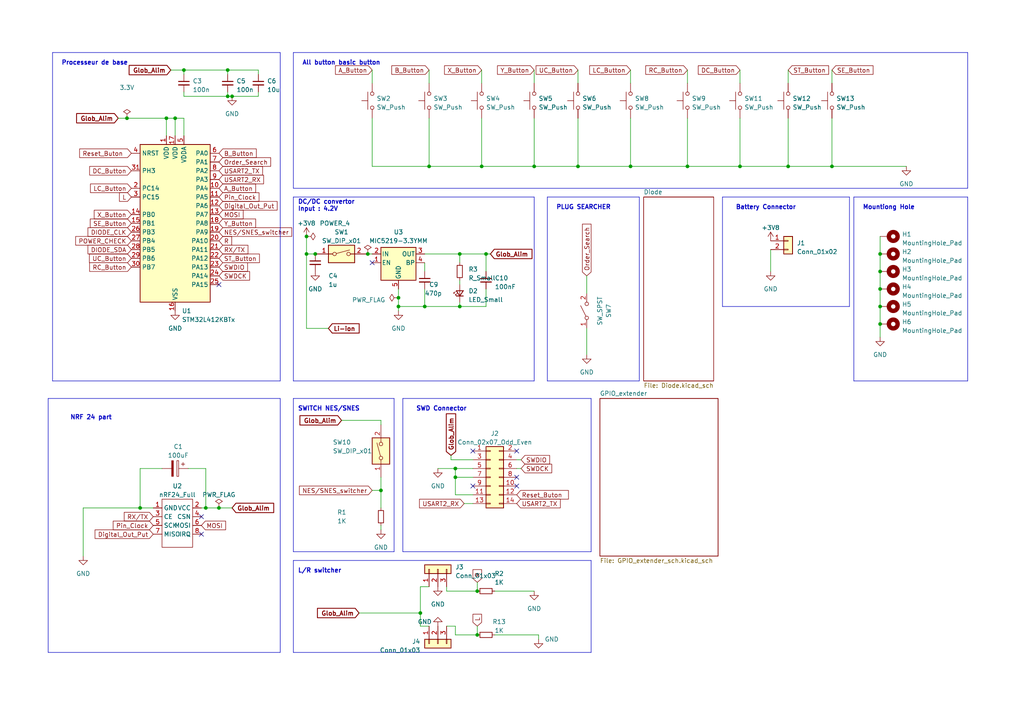
<source format=kicad_sch>
(kicad_sch (version 20230121) (generator eeschema)
  (paper "A4")
  (lib_symbols
    (symbol "Antenna_nRF24_2_4GHz:nRF24_FULL"
      (property "Reference" "U" (at 0 0 0))
      (property "Value" "nRF24_Full" (at 0 0 0))
      (symbol "nRF24_FULL_0_1"
        (rectangle (start -1.27 -1.27) (end 7.62 -15.24))
      )
      (symbol "nRF24_FULL_1_1"
        (pin power_in line (at -3.81 -3.81 0) (length 2.54) (name "GND") (number "1"))
        (pin power_in line (at 10.16 -3.81 180) (length 2.54) (name "VCC") (number "2"))
        (pin input line (at -3.81 -6.35 0) (length 2.54) (name "CE") (number "3"))
        (pin input line (at 10.16 -6.35 180) (length 2.54) (name "CSN") (number "4"))
        (pin input line (at -3.81 -8.89 0) (length 2.54) (name "SCK") (number "5"))
        (pin input line (at 10.16 -8.89 180) (length 2.54) (name "MOSI") (number "6"))
        (pin output line (at -3.81 -11.43 0) (length 2.54) (name "MISO") (number "7"))
        (pin input line (at 10.16 -11.43 180) (length 2.54) (name "IRQ") (number "8"))
      )
    )
    (symbol "Connector_Generic:Conn_01x02" (pin_names (offset 1.016) hide)
      (property "Reference" "J" (at 0 2.54 0))
      (property "Value" "Conn_01x02" (at 0 -5.08 0))
      (symbol "Conn_01x02_1_1"
        (rectangle (start -1.27 -2.413) (end 0 -2.667) (stroke (width 0.1524)))
        (rectangle (start -1.27 0.127) (end 0 -0.127) (stroke (width 0.1524)))
        (rectangle (start -1.27 1.27) (end 1.27 -3.81) (stroke (width 0.254)) (fill (type background)))
        (pin passive line (at -5.08 0 0) (length 3.81) (name "Pin_1") (number "1"))
        (pin passive line (at -5.08 -2.54 0) (length 3.81) (name "Pin_2") (number "2"))
      )
    )
    (symbol "Connector_Generic:Conn_01x03" (pin_names (offset 1.016) hide)
      (property "Reference" "J" (at 0 5.08 0))
      (property "Value" "Conn_01x03" (at 0 -5.08 0))
      (symbol "Conn_01x03_1_1"
        (rectangle (start -1.27 -2.413) (end 0 -2.667) (stroke (width 0.1524)))
        (rectangle (start -1.27 0.127) (end 0 -0.127) (stroke (width 0.1524)))
        (rectangle (start -1.27 2.667) (end 0 2.413) (stroke (width 0.1524)))
        (rectangle (start -1.27 3.81) (end 1.27 -3.81) (stroke (width 0.254)) (fill (type background)))
        (pin passive line (at -5.08 2.54 0) (length 3.81) (name "Pin_1") (number "1"))
        (pin passive line (at -5.08 0 0) (length 3.81) (name "Pin_2") (number "2"))
        (pin passive line (at -5.08 -2.54 0) (length 3.81) (name "Pin_3") (number "3"))
      )
    )
    (symbol "Connector_Generic:Conn_02x07_Odd_Even" (pin_names (offset 1.016) hide)
      (property "Reference" "J" (at 1.27 10.16 0))
      (property "Value" "Conn_02x07_Odd_Even" (at 1.27 -10.16 0))
      (symbol "Conn_02x07_Odd_Even_1_1"
        (rectangle (start -1.27 -7.493) (end 0 -7.747) (stroke (width 0.1524)))
        (rectangle (start -1.27 -4.953) (end 0 -5.207) (stroke (width 0.1524)))
        (rectangle (start -1.27 -2.413) (end 0 -2.667) (stroke (width 0.1524)))
        (rectangle (start -1.27 0.127) (end 0 -0.127) (stroke (width 0.1524)))
        (rectangle (start -1.27 2.667) (end 0 2.413) (stroke (width 0.1524)))
        (rectangle (start -1.27 5.207) (end 0 4.953) (stroke (width 0.1524)))
        (rectangle (start -1.27 7.747) (end 0 7.493) (stroke (width 0.1524)))
        (rectangle (start -1.27 8.89) (end 3.81 -8.89) (stroke (width 0.254)) (fill (type background)))
        (rectangle (start 3.81 -7.493) (end 2.54 -7.747) (stroke (width 0.1524)))
        (rectangle (start 3.81 -4.953) (end 2.54 -5.207) (stroke (width 0.1524)))
        (rectangle (start 3.81 -2.413) (end 2.54 -2.667) (stroke (width 0.1524)))
        (rectangle (start 3.81 0.127) (end 2.54 -0.127) (stroke (width 0.1524)))
        (rectangle (start 3.81 2.667) (end 2.54 2.413) (stroke (width 0.1524)))
        (rectangle (start 3.81 5.207) (end 2.54 4.953) (stroke (width 0.1524)))
        (rectangle (start 3.81 7.747) (end 2.54 7.493) (stroke (width 0.1524)))
        (pin passive line (at -5.08 7.62 0) (length 3.81) (name "Pin_1") (number "1"))
        (pin passive line (at 7.62 -2.54 180) (length 3.81) (name "Pin_10") (number "10"))
        (pin passive line (at -5.08 -5.08 0) (length 3.81) (name "Pin_11") (number "11"))
        (pin passive line (at 7.62 -5.08 180) (length 3.81) (name "Pin_12") (number "12"))
        (pin passive line (at -5.08 -7.62 0) (length 3.81) (name "Pin_13") (number "13"))
        (pin passive line (at 7.62 -7.62 180) (length 3.81) (name "Pin_14") (number "14"))
        (pin passive line (at 7.62 7.62 180) (length 3.81) (name "Pin_2") (number "2"))
        (pin passive line (at -5.08 5.08 0) (length 3.81) (name "Pin_3") (number "3"))
        (pin passive line (at 7.62 5.08 180) (length 3.81) (name "Pin_4") (number "4"))
        (pin passive line (at -5.08 2.54 0) (length 3.81) (name "Pin_5") (number "5"))
        (pin passive line (at 7.62 2.54 180) (length 3.81) (name "Pin_6") (number "6"))
        (pin passive line (at -5.08 0 0) (length 3.81) (name "Pin_7") (number "7"))
        (pin passive line (at 7.62 0 180) (length 3.81) (name "Pin_8") (number "8"))
        (pin passive line (at -5.08 -2.54 0) (length 3.81) (name "Pin_9") (number "9"))
      )
    )
    (symbol "Device:C_Polarized" (pin_numbers hide) (pin_names (offset 0.254))
      (property "Reference" "C" (at 0.635 2.54 0))
      (property "Value" "C_Polarized" (at 0.635 -2.54 0))
      (symbol "C_Polarized_0_1"
        (rectangle (start -2.286 0.508) (end 2.286 1.016))
        (polyline (pts (xy -1.778 2.286) (xy -0.762 2.286)))
        (polyline (pts (xy -1.27 2.794) (xy -1.27 1.778)))
        (rectangle (start 2.286 -0.508) (end -2.286 -1.016) (fill (type outline)))
      )
      (symbol "C_Polarized_1_1"
        (pin passive line (at 0 3.81 270) (length 2.794) (name "~") (number "1"))
        (pin passive line (at 0 -3.81 90) (length 2.794) (name "~") (number "2"))
      )
    )
    (symbol "Device:C_Small" (pin_numbers hide) (pin_names (offset 0.254) hide)
      (property "Reference" "C" (at 0.254 1.778 0))
      (property "Value" "C_Small" (at 0.254 -2.032 0))
      (symbol "C_Small_0_1"
        (polyline (pts (xy -1.524 -0.508) (xy 1.524 -0.508)) (stroke (width 0.3302)))
        (polyline (pts (xy -1.524 0.508) (xy 1.524 0.508)) (stroke (width 0.3048)))
      )
      (symbol "C_Small_1_1"
        (pin passive line (at 0 2.54 270) (length 2.032) (name "~") (number "1"))
        (pin passive line (at 0 -2.54 90) (length 2.032) (name "~") (number "2"))
      )
    )
    (symbol "Device:LED_Small" (pin_numbers hide) (pin_names (offset 0.254) hide)
      (property "Reference" "D" (at -1.27 3.175 0))
      (property "Value" "LED_Small" (at -4.445 -2.54 0))
      (symbol "LED_Small_0_1"
        (polyline (pts (xy -0.762 -1.016) (xy -0.762 1.016)) (stroke (width 0.254)))
        (polyline (pts (xy 1.016 0) (xy -0.762 0)))
        (polyline (pts (xy 0.762 -1.016) (xy -0.762 0) (xy 0.762 1.016) (xy 0.762 -1.016)) (stroke (width 0.254)))
        (polyline (pts (xy 0 0.762) (xy -0.508 1.27) (xy -0.254 1.27) (xy -0.508 1.27) (xy -0.508 1.016)))
        (polyline (pts (xy 0.508 1.27) (xy 0 1.778) (xy 0.254 1.778) (xy 0 1.778) (xy 0 1.524)))
      )
      (symbol "LED_Small_1_1"
        (pin passive line (at -2.54 0 0) (length 1.778) (name "K") (number "1"))
        (pin passive line (at 2.54 0 180) (length 1.778) (name "A") (number "2"))
      )
    )
    (symbol "Device:R_Small" (pin_numbers hide) (pin_names (offset 0.254) hide)
      (property "Reference" "R" (at 0.762 0.508 0))
      (property "Value" "R_Small" (at 0.762 -1.016 0))
      (symbol "R_Small_0_1"
        (rectangle (start -0.762 1.778) (end 0.762 -1.778) (stroke (width 0.2032)))
      )
      (symbol "R_Small_1_1"
        (pin passive line (at 0 2.54 270) (length 0.762) (name "~") (number "1"))
        (pin passive line (at 0 -2.54 90) (length 0.762) (name "~") (number "2"))
      )
    )
    (symbol "MCU_ST_STM32L4:STM32L412KBTx"
      (property "Reference" "U" (at -10.16 24.13 0))
      (property "Value" "STM32L412KBTx" (at 5.08 24.13 0))
      (symbol "STM32L412KBTx_0_1"
        (rectangle (start -10.16 -22.86) (end 10.16 22.86) (stroke (width 0.254)) (fill (type background)))
      )
      (symbol "STM32L412KBTx_1_1"
        (pin power_in line (at -2.54 25.4 270) (length 2.54) (name "VDD") (number "1"))
        (pin bidirectional line (at 12.7 10.16 180) (length 2.54) (name "PA4") (number "10"))
        (pin bidirectional line (at 12.7 7.62 180) (length 2.54) (name "PA5") (number "11"))
        (pin bidirectional line (at 12.7 5.08 180) (length 2.54) (name "PA6") (number "12"))
        (pin bidirectional line (at 12.7 2.54 180) (length 2.54) (name "PA7") (number "13"))
        (pin bidirectional line (at -12.7 2.54 0) (length 2.54) (name "PB0") (number "14"))
        (pin bidirectional line (at -12.7 0 0) (length 2.54) (name "PB1") (number "15"))
        (pin power_in line (at 0 -25.4 90) (length 2.54) (name "VSS") (number "16"))
        (pin power_in line (at 0 25.4 270) (length 2.54) (name "VDD") (number "17"))
        (pin bidirectional line (at 12.7 0 180) (length 2.54) (name "PA8") (number "18"))
        (pin bidirectional line (at 12.7 -2.54 180) (length 2.54) (name "PA9") (number "19"))
        (pin bidirectional line (at -12.7 10.16 0) (length 2.54) (name "PC14") (number "2"))
        (pin bidirectional line (at 12.7 -5.08 180) (length 2.54) (name "PA10") (number "20"))
        (pin bidirectional line (at 12.7 -7.62 180) (length 2.54) (name "PA11") (number "21"))
        (pin bidirectional line (at 12.7 -10.16 180) (length 2.54) (name "PA12") (number "22"))
        (pin bidirectional line (at 12.7 -12.7 180) (length 2.54) (name "PA13") (number "23"))
        (pin bidirectional line (at 12.7 -15.24 180) (length 2.54) (name "PA14") (number "24"))
        (pin bidirectional line (at 12.7 -17.78 180) (length 2.54) (name "PA15") (number "25"))
        (pin bidirectional line (at -12.7 -2.54 0) (length 2.54) (name "PB3") (number "26"))
        (pin bidirectional line (at -12.7 -5.08 0) (length 2.54) (name "PB4") (number "27"))
        (pin bidirectional line (at -12.7 -7.62 0) (length 2.54) (name "PB5") (number "28"))
        (pin bidirectional line (at -12.7 -10.16 0) (length 2.54) (name "PB6") (number "29"))
        (pin bidirectional line (at -12.7 7.62 0) (length 2.54) (name "PC15") (number "3"))
        (pin bidirectional line (at -12.7 -12.7 0) (length 2.54) (name "PB7") (number "30"))
        (pin bidirectional line (at -12.7 15.24 0) (length 2.54) (name "PH3") (number "31"))
        (pin passive line (at 0 -25.4 90) (length 2.54) hide (name "VSS") (number "32"))
        (pin input line (at -12.7 20.32 0) (length 2.54) (name "NRST") (number "4"))
        (pin power_in line (at 2.54 25.4 270) (length 2.54) (name "VDDA") (number "5"))
        (pin bidirectional line (at 12.7 20.32 180) (length 2.54) (name "PA0") (number "6"))
        (pin bidirectional line (at 12.7 17.78 180) (length 2.54) (name "PA1") (number "7"))
        (pin bidirectional line (at 12.7 15.24 180) (length 2.54) (name "PA2") (number "8"))
        (pin bidirectional line (at 12.7 12.7 180) (length 2.54) (name "PA3") (number "9"))
      )
    )
    (symbol "Mechanical:MountingHole_Pad" (pin_numbers hide) (pin_names (offset 1.016) hide)
      (property "Reference" "H" (at 0 6.35 0))
      (property "Value" "MountingHole_Pad" (at 0 4.445 0))
      (symbol "MountingHole_Pad_0_1"
        (circle (center 0 1.27) (radius 1.27) (stroke (width 1.27)))
      )
      (symbol "MountingHole_Pad_1_1"
        (pin input line (at 0 -2.54 90) (length 2.54) (name "1") (number "1"))
      )
    )
    (symbol "Regulator_Linear:MIC5219-3.3YMM" (pin_names (offset 0.254))
      (property "Reference" "U" (at -3.81 5.715 0))
      (property "Value" "MIC5219-3.3YMM" (at 0 5.715 0))
      (symbol "MIC5219-3.3YMM_0_1"
        (rectangle (start -5.08 4.445) (end 5.08 -5.08) (stroke (width 0.254)) (fill (type background)))
      )
      (symbol "MIC5219-3.3YMM_1_1"
        (pin input line (at -7.62 0 0) (length 2.54) (name "EN") (number "1"))
        (pin power_in line (at -7.62 2.54 0) (length 2.54) (name "IN") (number "2"))
        (pin power_out line (at 7.62 2.54 180) (length 2.54) (name "OUT") (number "3"))
        (pin input line (at 7.62 0 180) (length 2.54) (name "BP") (number "4"))
        (pin power_in line (at 0 -7.62 90) (length 2.54) (name "GND") (number "5"))
        (pin passive line (at 0 -7.62 90) (length 2.54) hide (name "GND") (number "6"))
        (pin passive line (at 0 -7.62 90) (length 2.54) hide (name "GND") (number "7"))
        (pin passive line (at 0 -7.62 90) (length 2.54) hide (name "GND") (number "8"))
      )
    )
    (symbol "Switch:SW_DIP_x01" (pin_names (offset 0) hide)
      (property "Reference" "SW" (at 0 3.81 0))
      (property "Value" "SW_DIP_x01" (at 0 -3.81 0))
      (symbol "SW_DIP_x01_0_0"
        (circle (center -2.032 0) (radius 0.508))
        (polyline (pts (xy -1.524 0.127) (xy 2.3622 1.1684)))
        (circle (center 2.032 0) (radius 0.508))
      )
      (symbol "SW_DIP_x01_0_1"
        (rectangle (start -3.81 2.54) (end 3.81 -2.54) (stroke (width 0.254)) (fill (type background)))
      )
      (symbol "SW_DIP_x01_1_1"
        (pin passive line (at -7.62 0 0) (length 5.08) (name "~") (number "1"))
        (pin passive line (at 7.62 0 180) (length 5.08) (name "~") (number "2"))
      )
    )
    (symbol "Switch:SW_Push" (pin_numbers hide) (pin_names (offset 1.016) hide)
      (property "Reference" "SW" (at 1.27 2.54 0))
      (property "Value" "SW_Push" (at 0 -1.524 0))
      (symbol "SW_Push_0_1"
        (circle (center -2.032 0) (radius 0.508))
        (polyline (pts (xy 0 1.27) (xy 0 3.048)))
        (polyline (pts (xy 2.54 1.27) (xy -2.54 1.27)))
        (circle (center 2.032 0) (radius 0.508))
        (pin passive line (at -5.08 0 0) (length 2.54) (name "1") (number "1"))
        (pin passive line (at 5.08 0 180) (length 2.54) (name "2") (number "2"))
      )
    )
    (symbol "Switch:SW_SPST" (pin_names (offset 0) hide)
      (property "Reference" "SW" (at 0 3.175 0))
      (property "Value" "SW_SPST" (at 0 -2.54 0))
      (symbol "SW_SPST_0_0"
        (circle (center -2.032 0) (radius 0.508))
        (polyline (pts (xy -1.524 0.254) (xy 1.524 1.778)))
        (circle (center 2.032 0) (radius 0.508))
      )
      (symbol "SW_SPST_1_1"
        (pin passive line (at -5.08 0 0) (length 2.54) (name "A") (number "1"))
        (pin passive line (at 5.08 0 180) (length 2.54) (name "B") (number "2"))
      )
    )
    (symbol "power:+3V8" (power) (pin_names (offset 0))
      (property "Value" "+3V8" (at 0 3.556 0))
      (symbol "+3V8_0_1"
        (polyline (pts (xy -0.762 1.27) (xy 0 2.54)))
        (polyline (pts (xy 0 0) (xy 0 2.54)))
        (polyline (pts (xy 0 2.54) (xy 0.762 1.27)))
      )
      (symbol "+3V8_1_1"
        (pin power_in line (at 0 0 90) (length 0) hide (name "+3V8") (number "1"))
      )
    )
    (symbol "power:GND" (power) (pin_names (offset 0))
      (property "Value" "GND" (at 0 -3.81 0))
      (symbol "GND_0_1"
        (polyline (pts (xy 0 0) (xy 0 -1.27) (xy 1.27 -1.27) (xy 0 -2.54) (xy -1.27 -1.27) (xy 0 -1.27)))
      )
      (symbol "GND_1_1"
        (pin power_in line (at 0 0 270) (length 0) hide (name "GND") (number "1"))
      )
    )
    (symbol "power:PWR_FLAG" (power) (pin_numbers hide) (pin_names (offset 0) hide)
      (property "Value" "PWR_FLAG" (at 0 3.81 0))
      (symbol "PWR_FLAG_0_0"
        (pin power_out line (at 0 0 90) (length 0) (name "pwr") (number "1"))
      )
      (symbol "PWR_FLAG_0_1"
        (polyline (pts (xy 0 0) (xy 0 1.27) (xy -1.016 1.905) (xy 0 2.54) (xy 1.016 1.905) (xy 0 1.27)))
      )
    )
  )
  (junction (at 133.35 88.9))
  (junction (at 115.57 88.9))
  (junction (at 199.39 48.26))
  (junction (at 132.08 135.89))
  (junction (at 167.64 48.26))
  (junction (at 63.5 147.32))
  (junction (at 40.64 147.32))
  (junction (at 115.57 86.36))
  (junction (at 255.27 83.82))
  (junction (at 66.04 20.32))
  (junction (at 139.7 48.26))
  (junction (at 154.94 48.26))
  (junction (at 214.63 48.26))
  (junction (at 123.19 88.9))
  (junction (at 255.27 73.66))
  (junction (at 53.34 20.32))
  (junction (at 50.8 34.29))
  (junction (at 255.27 93.98))
  (junction (at 106.68 73.66))
  (junction (at 255.27 78.74))
  (junction (at 59.69 147.32))
  (junction (at 124.46 48.26))
  (junction (at 228.6 48.26))
  (junction (at 110.49 142.24))
  (junction (at 88.9 73.66))
  (junction (at 132.08 138.43))
  (junction (at 255.27 88.9))
  (junction (at 241.3 48.26))
  (junction (at 66.04 27.94))
  (junction (at 48.26 34.29))
  (junction (at 138.43 171.45))
  (junction (at 36.83 34.29))
  (junction (at 182.88 48.26))
  (junction (at 91.44 73.66))
  (junction (at 88.9 68.58))
  (junction (at 121.92 177.8))
  (junction (at 67.31 27.94))
  (junction (at 133.35 73.66))
  (junction (at 140.97 73.66))
  (junction (at 138.43 184.15))
  (no_connect (at 107.95 76.2))
  (no_connect (at 149.86 138.43))
  (no_connect (at 63.5 82.55))
  (no_connect (at 149.86 140.97))
  (no_connect (at 137.16 140.97))
  (no_connect (at 149.86 130.81))
  (no_connect (at 58.42 154.94))
  (no_connect (at 137.16 130.81))
  (no_connect (at 58.42 149.86))
  (polyline (pts (xy 15.24 110.49) (xy 81.28 110.49)))
  (wire (pts (xy 53.34 20.32) (xy 53.34 21.59)))
  (wire (pts (xy 139.7 48.26) (xy 124.46 48.26)))
  (polyline (pts (xy 280.67 54.61) (xy 280.67 15.24)))
  (wire (pts (xy 121.92 177.8) (xy 121.92 181.61)))
  (wire (pts (xy 170.18 80.01) (xy 170.18 85.09)))
  (wire (pts (xy 133.35 87.63) (xy 133.35 88.9)))
  (wire (pts (xy 138.43 168.91) (xy 138.43 171.45)))
  (wire (pts (xy 137.16 133.35) (xy 130.81 133.35)))
  (polyline (pts (xy 81.28 110.49) (xy 81.28 15.24)))
  (wire (pts (xy 228.6 34.29) (xy 228.6 48.26)))
  (wire (pts (xy 66.04 21.59) (xy 66.04 20.32)))
  (wire (pts (xy 255.27 93.98) (xy 255.27 97.79)))
  (wire (pts (xy 88.9 68.58) (xy 88.9 73.66)))
  (polyline (pts (xy 209.55 57.15) (xy 209.55 88.9)))
  (wire (pts (xy 133.35 73.66) (xy 133.35 76.2)))
  (polyline (pts (xy 13.97 115.57) (xy 81.28 115.57)))
  (wire (pts (xy 255.27 78.74) (xy 255.27 83.82)))
  (wire (pts (xy 241.3 20.32) (xy 241.3 24.13)))
  (polyline (pts (xy 85.09 110.49) (xy 154.94 110.49)))
  (wire (pts (xy 67.31 147.32) (xy 63.5 147.32)))
  (wire (pts (xy 138.43 184.15) (xy 132.08 184.15)))
  (wire (pts (xy 40.64 147.32) (xy 44.45 147.32)))
  (wire (pts (xy 59.69 135.89) (xy 59.69 147.32)))
  (wire (pts (xy 255.27 73.66) (xy 255.27 78.74)))
  (wire (pts (xy 121.92 170.18) (xy 121.92 177.8)))
  (wire (pts (xy 54.61 135.89) (xy 59.69 135.89)))
  (wire (pts (xy 53.34 27.94) (xy 66.04 27.94)))
  (polyline (pts (xy 280.67 57.15) (xy 280.67 110.49)))
  (wire (pts (xy 74.93 26.67) (xy 74.93 27.94)))
  (polyline (pts (xy 85.09 57.15) (xy 154.94 57.15)))
  (polyline (pts (xy 116.84 160.02) (xy 171.45 160.02)))
  (polyline (pts (xy 81.28 189.23) (xy 13.97 189.23)))
  (wire (pts (xy 88.9 73.66) (xy 88.9 95.25)))
  (wire (pts (xy 143.51 171.45) (xy 154.94 171.45)))
  (wire (pts (xy 154.94 48.26) (xy 139.7 48.26)))
  (polyline (pts (xy 247.65 57.15) (xy 247.65 110.49)))
  (wire (pts (xy 214.63 20.32) (xy 214.63 24.13)))
  (wire (pts (xy 123.19 73.66) (xy 133.35 73.66)))
  (wire (pts (xy 214.63 34.29) (xy 214.63 48.26)))
  (polyline (pts (xy 114.3 115.57) (xy 114.3 160.02)))
  (wire (pts (xy 53.34 34.29) (xy 53.34 39.37)))
  (wire (pts (xy 124.46 48.26) (xy 107.95 48.26)))
  (wire (pts (xy 49.53 20.32) (xy 53.34 20.32)))
  (wire (pts (xy 132.08 143.51) (xy 137.16 143.51)))
  (wire (pts (xy 121.92 170.18) (xy 124.46 170.18)))
  (wire (pts (xy 40.64 135.89) (xy 40.64 147.32)))
  (wire (pts (xy 154.94 48.26) (xy 167.64 48.26)))
  (wire (pts (xy 63.5 147.32) (xy 59.69 147.32)))
  (wire (pts (xy 156.21 184.15) (xy 156.21 185.42)))
  (wire (pts (xy 138.43 184.15) (xy 138.43 181.61)))
  (wire (pts (xy 74.93 21.59) (xy 74.93 20.32)))
  (polyline (pts (xy 85.09 15.24) (xy 280.67 15.24)))
  (wire (pts (xy 124.46 20.32) (xy 124.46 24.13)))
  (wire (pts (xy 121.92 181.61) (xy 124.46 181.61)))
  (polyline (pts (xy 85.09 162.56) (xy 171.45 162.56)))
  (wire (pts (xy 129.54 171.45) (xy 138.43 171.45)))
  (polyline (pts (xy 114.3 160.02) (xy 85.09 160.02)))
  (wire (pts (xy 132.08 184.15) (xy 132.08 181.61)))
  (wire (pts (xy 133.35 88.9) (xy 140.97 88.9)))
  (wire (pts (xy 140.97 78.74) (xy 140.97 73.66)))
  (wire (pts (xy 24.13 147.32) (xy 40.64 147.32)))
  (wire (pts (xy 132.08 135.89) (xy 132.08 138.43)))
  (wire (pts (xy 48.26 34.29) (xy 48.26 39.37)))
  (wire (pts (xy 255.27 83.82) (xy 255.27 88.9)))
  (polyline (pts (xy 15.24 15.24) (xy 81.28 15.24)))
  (polyline (pts (xy 13.97 115.57) (xy 13.97 189.23)))
  (wire (pts (xy 34.29 34.29) (xy 36.83 34.29)))
  (polyline (pts (xy 158.75 57.15) (xy 158.75 110.49)))
  (polyline (pts (xy 85.09 57.15) (xy 85.09 110.49)))
  (wire (pts (xy 132.08 138.43) (xy 132.08 143.51)))
  (wire (pts (xy 151.13 135.89) (xy 149.86 135.89)))
  (wire (pts (xy 123.19 88.9) (xy 133.35 88.9)))
  (wire (pts (xy 199.39 20.32) (xy 199.39 24.13)))
  (wire (pts (xy 139.7 20.32) (xy 139.7 24.13)))
  (polyline (pts (xy 85.09 162.56) (xy 85.09 189.23)))
  (polyline (pts (xy 280.67 110.49) (xy 247.65 110.49)))
  (wire (pts (xy 133.35 81.28) (xy 133.35 82.55)))
  (wire (pts (xy 123.19 76.2) (xy 123.19 78.74)))
  (wire (pts (xy 124.46 34.29) (xy 124.46 48.26)))
  (wire (pts (xy 129.54 181.61) (xy 132.08 181.61)))
  (wire (pts (xy 132.08 135.89) (xy 137.16 135.89)))
  (wire (pts (xy 115.57 88.9) (xy 115.57 90.17)))
  (polyline (pts (xy 246.38 57.15) (xy 246.38 88.9)))
  (wire (pts (xy 182.88 34.29) (xy 182.88 48.26)))
  (wire (pts (xy 140.97 73.66) (xy 142.24 73.66)))
  (wire (pts (xy 151.13 133.35) (xy 149.86 133.35)))
  (wire (pts (xy 134.62 146.05) (xy 137.16 146.05)))
  (polyline (pts (xy 116.84 115.57) (xy 171.45 115.57)))
  (wire (pts (xy 228.6 48.26) (xy 214.63 48.26)))
  (wire (pts (xy 241.3 34.29) (xy 241.3 48.26)))
  (polyline (pts (xy 85.09 15.24) (xy 85.09 54.61)))
  (polyline (pts (xy 158.75 57.15) (xy 185.42 57.15)))
  (wire (pts (xy 182.88 20.32) (xy 182.88 24.13)))
  (wire (pts (xy 133.35 73.66) (xy 140.97 73.66)))
  (wire (pts (xy 46.99 135.89) (xy 40.64 135.89)))
  (wire (pts (xy 50.8 34.29) (xy 53.34 34.29)))
  (wire (pts (xy 110.49 121.92) (xy 110.49 123.19)))
  (wire (pts (xy 88.9 73.66) (xy 91.44 73.66)))
  (wire (pts (xy 199.39 34.29) (xy 199.39 48.26)))
  (wire (pts (xy 140.97 83.82) (xy 140.97 88.9)))
  (wire (pts (xy 107.95 34.29) (xy 107.95 48.26)))
  (wire (pts (xy 110.49 152.4) (xy 110.49 153.67)))
  (polyline (pts (xy 15.24 15.24) (xy 15.24 110.49)))
  (wire (pts (xy 255.27 68.58) (xy 255.27 73.66)))
  (wire (pts (xy 110.49 142.24) (xy 110.49 138.43)))
  (polyline (pts (xy 85.09 54.61) (xy 280.67 54.61)))
  (wire (pts (xy 110.49 121.92) (xy 99.06 121.92)))
  (wire (pts (xy 115.57 86.36) (xy 115.57 88.9)))
  (wire (pts (xy 107.95 142.24) (xy 110.49 142.24)))
  (wire (pts (xy 107.95 20.32) (xy 107.95 24.13)))
  (wire (pts (xy 139.7 34.29) (xy 139.7 48.26)))
  (wire (pts (xy 127 135.89) (xy 132.08 135.89)))
  (polyline (pts (xy 85.09 189.23) (xy 171.45 189.23)))
  (wire (pts (xy 24.13 147.32) (xy 24.13 161.29)))
  (wire (pts (xy 228.6 20.32) (xy 228.6 24.13)))
  (wire (pts (xy 228.6 48.26) (xy 241.3 48.26)))
  (polyline (pts (xy 154.94 110.49) (xy 154.94 57.15)))
  (wire (pts (xy 167.64 34.29) (xy 167.64 48.26)))
  (polyline (pts (xy 246.38 88.9) (xy 209.55 88.9)))
  (polyline (pts (xy 85.09 115.57) (xy 85.09 160.02)))
  (wire (pts (xy 167.64 20.32) (xy 167.64 24.13)))
  (wire (pts (xy 66.04 27.94) (xy 66.04 26.67)))
  (wire (pts (xy 50.8 34.29) (xy 50.8 39.37)))
  (polyline (pts (xy 171.45 189.23) (xy 171.45 162.56)))
  (wire (pts (xy 48.26 34.29) (xy 50.8 34.29)))
  (wire (pts (xy 123.19 83.82) (xy 123.19 88.9)))
  (wire (pts (xy 182.88 48.26) (xy 167.64 48.26)))
  (wire (pts (xy 129.54 170.18) (xy 129.54 171.45)))
  (wire (pts (xy 132.08 138.43) (xy 137.16 138.43)))
  (wire (pts (xy 67.31 27.94) (xy 74.93 27.94)))
  (wire (pts (xy 262.89 48.26) (xy 241.3 48.26)))
  (polyline (pts (xy 185.42 57.15) (xy 185.42 110.49)))
  (wire (pts (xy 74.93 20.32) (xy 66.04 20.32)))
  (polyline (pts (xy 171.45 160.02) (xy 171.45 115.57)))
  (wire (pts (xy 66.04 27.94) (xy 67.31 27.94)))
  (polyline (pts (xy 209.55 57.15) (xy 246.38 57.15)))
  (polyline (pts (xy 185.42 110.49) (xy 158.75 110.49)))
  (wire (pts (xy 154.94 34.29) (xy 154.94 48.26)))
  (wire (pts (xy 106.68 73.66) (xy 107.95 73.66)))
  (wire (pts (xy 199.39 48.26) (xy 182.88 48.26)))
  (wire (pts (xy 214.63 48.26) (xy 199.39 48.26)))
  (wire (pts (xy 123.19 88.9) (xy 115.57 88.9)))
  (polyline (pts (xy 247.65 57.15) (xy 280.67 57.15)))
  (wire (pts (xy 53.34 20.32) (xy 66.04 20.32)))
  (polyline (pts (xy 116.84 115.57) (xy 116.84 160.02)))
  (wire (pts (xy 170.18 95.25) (xy 170.18 102.87)))
  (wire (pts (xy 154.94 20.32) (xy 154.94 24.13)))
  (wire (pts (xy 115.57 83.82) (xy 115.57 86.36)))
  (wire (pts (xy 59.69 147.32) (xy 58.42 147.32)))
  (wire (pts (xy 110.49 147.32) (xy 110.49 142.24)))
  (polyline (pts (xy 81.28 115.57) (xy 81.28 189.23)))
  (wire (pts (xy 130.81 133.35) (xy 130.81 132.08)))
  (wire (pts (xy 156.21 184.15) (xy 143.51 184.15)))
  (wire (pts (xy 53.34 26.67) (xy 53.34 27.94)))
  (wire (pts (xy 88.9 95.25) (xy 95.25 95.25)))
  (wire (pts (xy 36.83 34.29) (xy 48.26 34.29)))
  (wire (pts (xy 223.52 72.39) (xy 223.52 78.74)))
  (wire (pts (xy 255.27 88.9) (xy 255.27 93.98)))
  (wire (pts (xy 104.14 177.8) (xy 121.92 177.8)))
  (polyline (pts (xy 85.09 115.57) (xy 114.3 115.57)))
  (text "NRF 24 part\n" (at 20.32 121.92 0) (effects (font (size 1.27 1.27) bold) (justify left bottom)))
  (text "Battery Connector" (at 213.36 60.96 0) (effects (font (size 1.27 1.27) (thickness 0.254) bold) (justify left bottom)))
  (text "Processeur de base" (at 17.78 19.05 0) (effects (font (size 1.27 1.27) (thickness 0.254) bold) (justify left bottom)))
  (text "DC/DC convertor\nInput : 4.2V\n\n" (at 86.36 63.5 0) (effects (font (size 1.27 1.27) bold) (justify left bottom)))
  (text "PLUG SEARCHER" (at 161.29 60.96 0) (effects (font (size 1.27 1.27) (thickness 0.254) bold) (justify left bottom)))
  (text "SWD Connector" (at 120.65 119.38 0) (effects (font (size 1.27 1.27) (thickness 0.254) bold) (justify left bottom)))
  (text "L/R switcher" (at 86.36 166.37 0) (effects (font (size 1.27 1.27) (thickness 0.254) bold) (justify left bottom)))
  (text "All button basic button\n" (at 87.63 19.05 0) (effects (font (size 1.27 1.27) bold) (justify left bottom)))
  (text "SWITCH NES/SNES" (at 86.36 119.38 0) (effects (font (size 1.27 1.27) (thickness 0.254) bold) (justify left bottom)))
  (text "Mountiong Hole" (at 250.19 60.96 0) (effects (font (size 1.27 1.27) bold) (justify left bottom)))
  (global_label "R" (shape input) (at 138.43 168.91 90) (property "Intersheetrefs" "${INTERSHEET_REFS}" (effects hide)))
  (global_label "SWDCK" (shape input) (at 63.5 80.01 0) (property "Intersheetrefs" "${INTERSHEET_REFS}" (effects hide)))
  (global_label "LC_Button" (shape input) (at 182.88 20.32 180) (property "Intersheetrefs" "${INTERSHEET_REFS}" (effects hide)))
  (global_label "Glob_Alim" (shape input) (at 130.81 132.08 90) (effects (font bold)) (property "Intersheetrefs" "${INTERSHEET_REFS}" (effects hide)))
  (global_label "Glob_Alim" (shape input) (at 49.53 20.32 180) (effects (font bold)) (property "Intersheetrefs" "${INTERSHEET_REFS}" (effects hide)))
  (global_label "Order_Search" (shape input) (at 63.5 46.99 0) (property "Intersheetrefs" "${INTERSHEET_REFS}" (effects hide)))
  (global_label "Li-ion" (shape input) (at 95.25 95.25 0) (effects (font bold)) (property "Intersheetrefs" "${INTERSHEET_REFS}" (effects hide)))
  (global_label "ST_Button" (shape input) (at 228.6 20.32 0) (property "Intersheetrefs" "${INTERSHEET_REFS}" (effects hide)))
  (global_label "Reset_Buton " (shape input) (at 149.86 143.51 0) (property "Intersheetrefs" "${INTERSHEET_REFS}" (effects hide)))
  (global_label "Glob_Alim" (shape input) (at 99.06 121.92 180) (effects (font bold)) (property "Intersheetrefs" "${INTERSHEET_REFS}" (effects hide)))
  (global_label "Glob_Alim" (shape input) (at 104.14 177.8 180) (effects (font bold)) (property "Intersheetrefs" "${INTERSHEET_REFS}" (effects hide)))
  (global_label "Y_Button" (shape input) (at 63.5 64.77 0) (property "Intersheetrefs" "${INTERSHEET_REFS}" (effects hide)))
  (global_label "MOSI" (shape input) (at 63.5 62.23 0) (property "Intersheetrefs" "${INTERSHEET_REFS}" (effects hide)))
  (global_label "RX{slash}TX" (shape input) (at 44.45 149.86 180) (property "Intersheetrefs" "${INTERSHEET_REFS}" (effects hide)))
  (global_label "ST_Button" (shape input) (at 63.5 74.93 0) (property "Intersheetrefs" "${INTERSHEET_REFS}" (effects hide)))
  (global_label "SWDCK" (shape input) (at 151.13 135.89 0) (property "Intersheetrefs" "${INTERSHEET_REFS}" (effects hide)))
  (global_label "B_Button" (shape input) (at 124.46 20.32 180) (property "Intersheetrefs" "${INTERSHEET_REFS}" (effects hide)))
  (global_label "Pin_Clock" (shape input) (at 63.5 57.15 0) (property "Intersheetrefs" "${INTERSHEET_REFS}" (effects hide)))
  (global_label "X_Button" (shape input) (at 38.1 62.23 180) (property "Intersheetrefs" "${INTERSHEET_REFS}" (effects hide)))
  (global_label "Glob_Alim" (shape input) (at 34.29 34.29 180) (effects (font bold)) (property "Intersheetrefs" "${INTERSHEET_REFS}" (effects hide)))
  (global_label "LC_Button" (shape input) (at 38.1 54.61 180) (property "Intersheetrefs" "${INTERSHEET_REFS}" (effects hide)))
  (global_label "USART2_RX" (shape input) (at 134.62 146.05 180) (property "Intersheetrefs" "${INTERSHEET_REFS}" (effects hide)))
  (global_label "B_Button" (shape input) (at 63.5 44.45 0) (property "Intersheetrefs" "${INTERSHEET_REFS}" (effects hide)))
  (global_label "USART2_TX" (shape input) (at 149.86 146.05 0) (property "Intersheetrefs" "${INTERSHEET_REFS}" (effects hide)))
  (global_label "Pin_Clock" (shape input) (at 44.45 152.4 180) (property "Intersheetrefs" "${INTERSHEET_REFS}" (effects hide)))
  (global_label "USART2_RX" (shape input) (at 63.5 52.07 0) (property "Intersheetrefs" "${INTERSHEET_REFS}" (effects hide)))
  (global_label "SWDIO" (shape input) (at 63.5 77.47 0) (property "Intersheetrefs" "${INTERSHEET_REFS}" (effects hide)))
  (global_label "Glob_Alim" (shape input) (at 67.31 147.32 0) (effects (font bold)) (property "Intersheetrefs" "${INTERSHEET_REFS}" (effects hide)))
  (global_label "L" (shape input) (at 38.1 57.15 180) (property "Intersheetrefs" "${INTERSHEET_REFS}" (effects hide)))
  (global_label "Order_Search" (shape input) (at 170.18 80.01 90) (property "Intersheetrefs" "${INTERSHEET_REFS}" (effects hide)))
  (global_label "SWDIO" (shape input) (at 151.13 133.35 0) (property "Intersheetrefs" "${INTERSHEET_REFS}" (effects hide)))
  (global_label "UC_Button" (shape input) (at 167.64 20.32 180) (property "Intersheetrefs" "${INTERSHEET_REFS}" (effects hide)))
  (global_label "SE_Button" (shape input) (at 38.1 64.77 180) (property "Intersheetrefs" "${INTERSHEET_REFS}" (effects hide)))
  (global_label "POWER_CHECK" (shape input) (at 38.1 69.85 180) (property "Intersheetrefs" "${INTERSHEET_REFS}" (effects hide)))
  (global_label "DC_Button" (shape input) (at 214.63 20.32 180) (property "Intersheetrefs" "${INTERSHEET_REFS}" (effects hide)))
  (global_label "Y_Button" (shape input) (at 154.94 20.32 180) (property "Intersheetrefs" "${INTERSHEET_REFS}" (effects hide)))
  (global_label "Digital_Out_Put" (shape input) (at 44.45 154.94 180) (property "Intersheetrefs" "${INTERSHEET_REFS}" (effects hide)))
  (global_label "Glob_Alim" (shape input) (at 142.24 73.66 0) (effects (font bold)) (property "Intersheetrefs" "${INTERSHEET_REFS}" (effects hide)))
  (global_label "UC_Button" (shape input) (at 38.1 74.93 180) (property "Intersheetrefs" "${INTERSHEET_REFS}" (effects hide)))
  (global_label "L" (shape input) (at 138.43 181.61 90) (property "Intersheetrefs" "${INTERSHEET_REFS}" (effects hide)))
  (global_label "Reset_Buton " (shape input) (at 38.1 44.45 180) (property "Intersheetrefs" "${INTERSHEET_REFS}" (effects hide)))
  (global_label "RC_Button" (shape input) (at 199.39 20.32 180) (property "Intersheetrefs" "${INTERSHEET_REFS}" (effects hide)))
  (global_label "MOSI" (shape input) (at 58.42 152.4 0) (property "Intersheetrefs" "${INTERSHEET_REFS}" (effects hide)))
  (global_label "USART2_TX" (shape input) (at 63.5 49.53 0) (property "Intersheetrefs" "${INTERSHEET_REFS}" (effects hide)))
  (global_label "NES{slash}SNES_switcher" (shape input) (at 107.95 142.24 180) (property "Intersheetrefs" "${INTERSHEET_REFS}" (effects hide)))
  (global_label "SE_Button" (shape input) (at 241.3 20.32 0) (property "Intersheetrefs" "${INTERSHEET_REFS}" (effects hide)))
  (global_label "RX{slash}TX" (shape input) (at 63.5 72.39 0) (property "Intersheetrefs" "${INTERSHEET_REFS}" (effects hide)))
  (global_label "RC_Button" (shape input) (at 38.1 77.47 180) (property "Intersheetrefs" "${INTERSHEET_REFS}" (effects hide)))
  (global_label "NES{slash}SNES_switcher" (shape input) (at 63.5 67.31 0) (property "Intersheetrefs" "${INTERSHEET_REFS}" (effects hide)))
  (global_label "DIODE_SDA" (shape input) (at 38.1 72.39 180) (property "Intersheetrefs" "${INTERSHEET_REFS}" (effects hide)))
  (global_label "A_Button" (shape input) (at 107.95 20.32 180) (property "Intersheetrefs" "${INTERSHEET_REFS}" (effects hide)))
  (global_label "X_Button" (shape input) (at 139.7 20.32 180) (property "Intersheetrefs" "${INTERSHEET_REFS}" (effects hide)))
  (global_label "DIODE_CLK" (shape input) (at 38.1 67.31 180) (property "Intersheetrefs" "${INTERSHEET_REFS}" (effects hide)))
  (global_label "A_Button" (shape input) (at 63.5 54.61 0) (property "Intersheetrefs" "${INTERSHEET_REFS}" (effects hide)))
  (global_label "Digital_Out_Put" (shape input) (at 63.5 59.69 0) (property "Intersheetrefs" "${INTERSHEET_REFS}" (effects hide)))
  (global_label "DC_Button" (shape input) (at 38.1 49.53 180) (property "Intersheetrefs" "${INTERSHEET_REFS}" (effects hide)))
  (global_label "R" (shape input) (at 63.5 69.85 0) (property "Intersheetrefs" "${INTERSHEET_REFS}" (effects hide)))
  (symbol (lib_id "Device:R_Small") (at 133.35 78.74 0) (unit 1)
    (property "Reference" "R3" (at 135.89 78.105 0) (effects (justify left)))
    (property "Value" "R_Small" (at 135.89 80.645 0) (effects (justify left)))
    (property "Footprint" "Resistor_SMD:R_0603_1608Metric_Pad0.98x0.95mm_HandSolder" (effects hide))
  )
  (symbol (lib_id "power:GND") (at 24.13 161.29 0) (unit 1)
    (property "Reference" "#PWR01" (effects hide))
    (property "Value" "GND" (at 24.13 166.37 0))
  )
  (symbol (lib_id "Switch:SW_Push") (at 154.94 29.21 90) (unit 1)
    (property "Reference" "SW5" (at 156.21 28.575 90) (effects (justify right)))
    (property "Value" "SW_Push" (at 156.21 31.115 90) (effects (justify right)))
    (property "Footprint" "Button_Switch_SMD:SW_SPST_B3S-1000" (effects hide))
  )
  (symbol (lib_id "Device:C_Small") (at 123.19 81.28 0) (unit 1)
    (property "Reference" "C9" (at 124.46 82.55 0) (effects (justify left)))
    (property "Value" "470p" (at 123.19 85.09 0) (effects (justify left)))
    (property "Footprint" "Capacitor_SMD:C_0603_1608Metric_Pad1.08x0.95mm_HandSolder" (effects hide))
  )
  (symbol (lib_id "Mechanical:MountingHole_Pad") (at 257.81 88.9 270) (unit 1)
    (property "Reference" "H5" (at 261.62 88.265 90) (effects (justify left)))
    (property "Value" "MountingHole_Pad" (at 261.62 90.805 90) (effects (justify left)))
    (property "Footprint" "MountingHole:MountingHole_3.2mm_M3_DIN965_Pad" (effects hide))
  )
  (symbol (lib_id "Mechanical:MountingHole_Pad") (at 257.81 93.98 270) (unit 1)
    (property "Reference" "H6" (at 261.62 93.345 90) (effects (justify left)))
    (property "Value" "MountingHole_Pad" (at 261.62 95.885 90) (effects (justify left)))
    (property "Footprint" "MountingHole:MountingHole_3.2mm_M3_DIN965_Pad" (effects hide))
  )
  (symbol (lib_id "power:GND") (at 127 135.89 0) (unit 1)
    (property "Reference" "#PWR04" (effects hide))
    (property "Value" "GND" (at 127 140.97 0))
  )
  (symbol (lib_id "power:+3V8") (at 88.9 68.58 0) (unit 1)
    (property "Reference" "#PWR021" (effects hide))
    (property "Value" "+3V8" (at 88.9 64.77 0))
  )
  (symbol (lib_id "Device:LED_Small") (at 133.35 85.09 90) (unit 1)
    (property "Reference" "D2" (at 135.89 84.3915 90) (effects (justify right)))
    (property "Value" "LED_Small" (at 135.89 86.9315 90) (effects (justify right)))
    (property "Footprint" "LED_SMD:LED_0603_1608Metric_Pad1.05x0.95mm_HandSolder" (effects hide))
  )
  (symbol (lib_id "Connector_Generic:Conn_01x03") (at 127 165.1 90) (unit 1)
    (property "Reference" "J3" (at 132.08 164.465 90) (effects (justify right)))
    (property "Value" "Conn_01x03" (at 132.08 167.005 90) (effects (justify right)))
    (property "Footprint" "Connector_JST:JST_XH_B3B-XH-A_1x03_P2.50mm_Vertical" (effects hide))
  )
  (symbol (lib_id "power:GND") (at 262.89 48.26 0) (unit 1)
    (property "Reference" "#PWR018" (effects hide))
    (property "Value" "GND" (at 262.89 53.34 0))
  )
  (symbol (lib_id "Switch:SW_Push") (at 139.7 29.21 90) (unit 1)
    (property "Reference" "SW4" (at 140.97 28.575 90) (effects (justify right)))
    (property "Value" "SW_Push" (at 140.97 31.115 90) (effects (justify right)))
    (property "Footprint" "Button_Switch_SMD:SW_SPST_B3S-1000" (effects hide))
  )
  (symbol (lib_id "power:GND") (at 170.18 102.87 0) (unit 1)
    (property "Reference" "#PWR011" (effects hide))
    (property "Value" "GND" (at 170.18 107.95 0))
  )
  (symbol (lib_id "power:GND") (at 156.21 185.42 0) (unit 1)
    (property "Reference" "#PWR019" (effects hide))
    (property "Value" "GND" (at 160.02 185.42 0))
  )
  (symbol (lib_id "Mechanical:MountingHole_Pad") (at 257.81 78.74 270) (unit 1)
    (property "Reference" "H3" (at 261.62 78.105 90) (effects (justify left)))
    (property "Value" "MountingHole_Pad" (at 261.62 80.645 90) (effects (justify left)))
    (property "Footprint" "MountingHole:MountingHole_3.2mm_M3_DIN965_Pad" (effects hide))
  )
  (symbol (lib_id "Connector_Generic:Conn_01x02") (at 228.6 69.85 0) (unit 1)
    (property "Reference" "J1" (at 231.14 70.485 0) (effects (justify left)))
    (property "Value" "Conn_01x02" (at 231.14 73.025 0) (effects (justify left)))
    (property "Footprint" "Connector_JST:JST_XH_B2B-XH-A_1x02_P2.50mm_Vertical" (effects hide))
  )
  (symbol (lib_id "Device:C_Small") (at 91.44 76.2 0) (unit 1)
    (property "Reference" "C4" (at 95.25 80.01 0) (effects (justify left)))
    (property "Value" "1u" (at 95.25 82.55 0) (effects (justify left)))
    (property "Footprint" "Capacitor_SMD:C_0603_1608Metric_Pad1.08x0.95mm_HandSolder" (effects hide))
  )
  (symbol (lib_id "Device:C_Small") (at 74.93 24.13 0) (unit 1)
    (property "Reference" "C6" (at 77.47 23.5013 0) (effects (justify left)))
    (property "Value" "10u" (at 77.47 26.0413 0) (effects (justify left)))
    (property "Footprint" "Resistor_SMD:R_0603_1608Metric_Pad0.98x0.95mm_HandSolder" (effects hide))
  )
  (symbol (lib_id "Switch:SW_Push") (at 228.6 29.21 90) (unit 1)
    (property "Reference" "SW12" (at 229.87 28.575 90) (effects (justify right)))
    (property "Value" "SW_Push" (at 229.87 31.115 90) (effects (justify right)))
    (property "Footprint" "Button_Switch_SMD:SW_SPST_B3S-1000" (effects hide))
  )
  (symbol (lib_id "Switch:SW_DIP_x01") (at 99.06 73.66 0) (unit 1)
    (property "Reference" "SW1" (at 99.06 67.31 0))
    (property "Value" "SW_DIP_x01" (at 99.06 69.85 0))
    (property "Footprint" "Button_Switch_SMD:SW_DIP_SPSTx01_Slide_Copal_CHS-01B_W7.62mm_P1.27mm" (effects hide))
  )
  (symbol (lib_id "power:GND") (at 67.31 27.94 0) (unit 1)
    (property "Reference" "#PWR022" (effects hide))
    (property "Value" "GND" (at 67.31 33.02 0))
  )
  (symbol (lib_id "power:PWR_FLAG") (at 36.83 34.29 0) (unit 1)
    (property "Reference" "#FLG02" (effects hide))
    (property "Value" "3.3V" (at 36.83 25.4 0))
  )
  (symbol (lib_id "Device:R_Small") (at 140.97 184.15 90) (unit 1)
    (property "Reference" "R13" (at 144.78 180.34 90))
    (property "Value" "1K" (at 144.78 182.88 90))
    (property "Footprint" "Resistor_SMD:R_0603_1608Metric_Pad0.98x0.95mm_HandSolder" (effects hide))
  )
  (symbol (lib_id "power:GND") (at 154.94 171.45 0) (unit 1)
    (property "Reference" "#PWR014" (effects hide))
    (property "Value" "GND" (at 154.94 176.53 0))
  )
  (symbol (lib_id "Mechanical:MountingHole_Pad") (at 257.81 83.82 270) (unit 1)
    (property "Reference" "H4" (at 261.62 83.185 90) (effects (justify left)))
    (property "Value" "MountingHole_Pad" (at 261.62 85.725 90) (effects (justify left)))
    (property "Footprint" "MountingHole:MountingHole_3.2mm_M3_DIN965_Pad" (effects hide))
  )
  (symbol (lib_id "Device:C_Polarized") (at 50.8 135.89 270) (unit 1)
    (property "Reference" "C1" (at 51.689 129.54 90))
    (property "Value" "100uF" (at 51.689 132.08 90))
    (property "Footprint" "Capacitor_SMD:CP_Elec_5x5.4" (effects hide))
  )
  (symbol (lib_id "Device:C_Small") (at 66.04 24.13 0) (unit 1)
    (property "Reference" "C5" (at 68.58 23.5013 0) (effects (justify left)))
    (property "Value" "100n" (at 68.58 26.0413 0) (effects (justify left)))
    (property "Footprint" "Resistor_SMD:R_0603_1608Metric_Pad0.98x0.95mm_HandSolder" (effects hide))
  )
  (symbol (lib_id "power:GND") (at 91.44 78.74 0) (unit 1)
    (property "Reference" "#PWR05" (effects hide))
    (property "Value" "GND" (at 91.44 83.82 0))
  )
  (symbol (lib_id "Switch:SW_Push") (at 107.95 29.21 90) (unit 1)
    (property "Reference" "SW2" (at 109.22 28.575 90) (effects (justify right)))
    (property "Value" "SW_Push" (at 109.22 31.115 90) (effects (justify right)))
    (property "Footprint" "Button_Switch_SMD:SW_SPST_B3S-1000" (effects hide))
  )
  (symbol (lib_id "power:PWR_FLAG") (at 106.68 73.66 0) (unit 1)
    (property "Reference" "#FLG05" (effects hide))
    (property "Value" "3.8V" (effects hide))
  )
  (symbol (lib_id "power:GND") (at 50.8 90.17 0) (unit 1)
    (property "Reference" "#PWR02" (effects hide))
    (property "Value" "GND" (at 50.8 95.25 0))
  )
  (symbol (lib_id "Antenna_nRF24_2_4GHz:nRF24_FULL") (at 48.26 143.51 0) (unit 1)
    (property "Reference" "U2" (at 51.435 140.97 0))
    (property "Value" "nRF24_Full" (at 51.435 143.51 0))
    (property "Footprint" "Connector_PinHeader_2.54mm:PinHeader_2x04_P2.54mm_Vertical" (effects hide))
  )
  (symbol (lib_id "Switch:SW_Push") (at 214.63 29.21 90) (unit 1)
    (property "Reference" "SW11" (at 215.9 28.575 90) (effects (justify right)))
    (property "Value" "SW_Push" (at 215.9 31.115 90) (effects (justify right)))
    (property "Footprint" "Button_Switch_SMD:SW_SPST_B3S-1000" (effects hide))
  )
  (symbol (lib_id "Device:C_Small") (at 53.34 24.13 0) (unit 1)
    (property "Reference" "C3" (at 55.88 23.5013 0) (effects (justify left)))
    (property "Value" "100n" (at 55.88 26.0413 0) (effects (justify left)))
    (property "Footprint" "Resistor_SMD:R_0603_1608Metric_Pad0.98x0.95mm_HandSolder" (effects hide))
  )
  (symbol (lib_id "Switch:SW_SPST") (at 170.18 90.17 90) (unit 1)
    (property "Reference" "SW7" (at 176.53 90.17 0))
    (property "Value" "SW_SPST" (at 173.99 90.17 0))
    (property "Footprint" "Button_Switch_SMD:SW_SPST_B3S-1000" (effects hide))
  )
  (symbol (lib_id "power:GND") (at 110.49 153.67 0) (unit 1)
    (property "Reference" "#PWR03" (effects hide))
    (property "Value" "GND" (at 110.49 158.75 0))
  )
  (symbol (lib_id "Switch:SW_Push") (at 241.3 29.21 90) (unit 1)
    (property "Reference" "SW13" (at 242.57 28.575 90) (effects (justify right)))
    (property "Value" "SW_Push" (at 242.57 31.115 90) (effects (justify right)))
    (property "Footprint" "Button_Switch_SMD:SW_SPST_B3S-1000" (effects hide))
  )
  (symbol (lib_id "power:+3V8") (at 223.52 69.85 0) (unit 1)
    (property "Reference" "#PWR015" (effects hide))
    (property "Value" "+3V8" (at 223.52 66.04 0))
  )
  (symbol (lib_id "power:GND") (at 127 170.18 0) (unit 1)
    (property "Reference" "#PWR09" (effects hide))
    (property "Value" "GND" (at 127 175.26 0))
  )
  (symbol (lib_id "Switch:SW_Push") (at 124.46 29.21 90) (unit 1)
    (property "Reference" "SW3" (at 125.73 28.575 90) (effects (justify right)))
    (property "Value" "SW_Push" (at 125.73 31.115 90) (effects (justify right)))
    (property "Footprint" "Button_Switch_SMD:SW_SPST_B3S-1000" (effects hide))
  )
  (symbol (lib_id "power:GND") (at 115.57 90.17 0) (unit 1)
    (property "Reference" "#PWR07" (effects hide))
    (property "Value" "GND" (at 115.57 95.25 0))
  )
  (symbol (lib_id "Switch:SW_DIP_x01") (at 110.49 130.81 90) (unit 1)
    (property "Reference" "SW10" (at 96.52 128.27 90) (effects (justify right)))
    (property "Value" "SW_DIP_x01" (at 96.52 130.81 90) (effects (justify right)))
    (property "Footprint" "Button_Switch_SMD:SW_DIP_SPSTx01_Slide_Copal_CHS-01B_W7.62mm_P1.27mm" (effects hide))
  )
  (symbol (lib_id "Device:R_Small") (at 140.97 171.45 90) (unit 1)
    (property "Reference" "R2" (at 144.78 166.37 90))
    (property "Value" "1K" (at 144.78 168.91 90))
    (property "Footprint" "Resistor_SMD:R_0603_1608Metric_Pad0.98x0.95mm_HandSolder" (effects hide))
  )
  (symbol (lib_id "Switch:SW_Push") (at 167.64 29.21 90) (unit 1)
    (property "Reference" "SW6" (at 168.91 28.575 90) (effects (justify right)))
    (property "Value" "SW_Push" (at 168.91 31.115 90) (effects (justify right)))
    (property "Footprint" "Button_Switch_SMD:SW_SPST_B3S-1000" (effects hide))
  )
  (symbol (lib_id "Mechanical:MountingHole_Pad") (at 257.81 73.66 270) (unit 1)
    (property "Reference" "H2" (at 261.62 73.025 90) (effects (justify left)))
    (property "Value" "MountingHole_Pad" (at 261.62 75.565 90) (effects (justify left)))
    (property "Footprint" "MountingHole:MountingHole_3.2mm_M3_DIN965_Pad" (effects hide))
  )
  (symbol (lib_id "power:PWR_FLAG") (at 115.57 86.36 90) (unit 1)
    (property "Reference" "#FLG03" (effects hide))
    (property "Value" "PWR_FLAG" (at 111.76 86.995 90) (effects (justify left)))
  )
  (symbol (lib_id "power:GND") (at 223.52 78.74 0) (unit 1)
    (property "Reference" "#PWR016" (effects hide))
    (property "Value" "GND" (at 223.52 83.82 0))
  )
  (symbol (lib_id "Device:C_Small") (at 140.97 81.28 0) (unit 1)
    (property "Reference" "C10" (at 143.51 80.6513 0) (effects (justify left)))
    (property "Value" "100nF" (at 143.51 83.1913 0) (effects (justify left)))
    (property "Footprint" "Capacitor_SMD:C_0603_1608Metric_Pad1.08x0.95mm_HandSolder" (effects hide))
  )
  (symbol (lib_id "Connector_Generic:Conn_02x07_Odd_Even") (at 142.24 138.43 0) (unit 1)
    (property "Reference" "J2" (at 143.51 125.73 0))
    (property "Value" "Conn_02x07_Odd_Even" (at 143.51 128.27 0))
    (property "Footprint" "Connector_PinHeader_1.27mm:PinHeader_2x07_P1.27mm_Vertical_SMD" (effects hide))
  )
  (symbol (lib_id "Connector_Generic:Conn_01x03") (at 127 186.69 90) (mirror x) (unit 1)
    (property "Reference" "J4" (at 121.92 186.055 90) (effects (justify left)))
    (property "Value" "Conn_01x03" (at 121.92 188.595 90) (effects (justify left)))
    (property "Footprint" "Connector_JST:JST_XH_B3B-XH-A_1x03_P2.50mm_Vertical" (effects hide))
  )
  (symbol (lib_id "power:GND") (at 255.27 97.79 0) (unit 1)
    (property "Reference" "#PWR017" (effects hide))
    (property "Value" "GND" (at 255.27 102.87 0))
  )
  (symbol (lib_id "power:PWR_FLAG") (at 88.9 68.58 270) (unit 1)
    (property "Reference" "#FLG04" (effects hide))
    (property "Value" "POWER_4" (at 92.71 64.77 90) (effects (justify left)))
  )
  (symbol (lib_id "power:PWR_FLAG") (at 63.5 147.32 0) (unit 1)
    (property "Reference" "#FLG01" (effects hide))
    (property "Value" "PWR_FLAG" (at 63.5 143.51 0))
  )
  (symbol (lib_id "Regulator_Linear:MIC5219-3.3YMM") (at 115.57 76.2 0) (unit 1)
    (property "Reference" "U3" (at 115.57 67.31 0))
    (property "Value" "MIC5219-3.3YMM" (at 115.57 69.85 0))
    (property "Footprint" "Package_SO:MSOP-8_3x3mm_P0.65mm" (effects hide))
    (property "Datasheet" "http://ww1.microchip.com/downloads/en/DeviceDoc/MIC5219-500mA-Peak-Output-LDO-Regulator-DS20006021A.pdf" (effects hide))
  )
  (symbol (lib_id "Switch:SW_Push") (at 199.39 29.21 90) (unit 1)
    (property "Reference" "SW9" (at 200.66 28.575 90) (effects (justify right)))
    (property "Value" "SW_Push" (at 200.66 31.115 90) (effects (justify right)))
    (property "Footprint" "Button_Switch_SMD:SW_SPST_B3S-1000" (effects hide))
  )
  (symbol (lib_id "Mechanical:MountingHole_Pad") (at 257.81 68.58 270) (unit 1)
    (property "Reference" "H1" (at 261.62 67.945 90) (effects (justify left)))
    (property "Value" "MountingHole_Pad" (at 261.62 70.485 90) (effects (justify left)))
    (property "Footprint" "MountingHole:MountingHole_3.2mm_M3_DIN965_Pad" (effects hide))
  )
  (symbol (lib_id "power:GND") (at 127 181.61 180) (unit 1)
    (property "Reference" "#PWR06" (effects hide))
    (property "Value" "GND" (at 123.19 180.34 0))
  )
  (symbol (lib_id "MCU_ST_STM32L4:STM32L412KBTx") (at 50.8 64.77 0) (unit 1)
    (property "Reference" "U1" (at 52.7559 90.17 0) (effects (justify left)))
    (property "Value" "STM32L412KBTx" (at 52.7559 92.71 0) (effects (justify left)))
    (property "Footprint" "Package_QFP:LQFP-32_7x7mm_P0.8mm" (effects hide))
    (property "Datasheet" "https://www.st.com/resource/en/datasheet/stm32l412kb.pdf" (effects hide))
  )
  (symbol (lib_id "Device:R_Small") (at 110.49 149.86 0) (unit 1)
    (property "Reference" "R1" (at 97.79 148.59 0) (effects (justify left)))
    (property "Value" "1K" (at 97.79 151.13 0) (effects (justify left)))
    (property "Footprint" "Resistor_SMD:R_0603_1608Metric_Pad0.98x0.95mm_HandSolder" (effects hide))
  )
  (symbol (lib_id "Switch:SW_Push") (at 182.88 29.21 90) (unit 1)
    (property "Reference" "SW8" (at 184.15 28.575 90) (effects (justify right)))
    (property "Value" "SW_Push" (at 184.15 31.115 90) (effects (justify right)))
    (property "Footprint" "Button_Switch_SMD:SW_SPST_B3S-1000" (effects hide))
  )
  (sheet (at 173.99 115.57) (size 34.29 45.72) (stroke (width 0.1524))
    (property "Sheetname" "GPIO_extender" (at 173.99 114.8584 0) (effects (justify left bottom)))
    (property "Sheetfile" "GPIO_extender_sch.kicad_sch" (at 173.99 161.8746 0) (effects (justify left top)))
  )
  (sheet (at 186.69 57.15) (size 20.32 53.34) (stroke (width 0.1524))
    (property "Sheetname" "Diode" (at 186.69 56.4384 0) (effects (justify left bottom)))
    (property "Sheetfile" "Diode.kicad_sch" (at 186.69 111.0746 0) (effects (justify left top)))
  )
)
</source>
